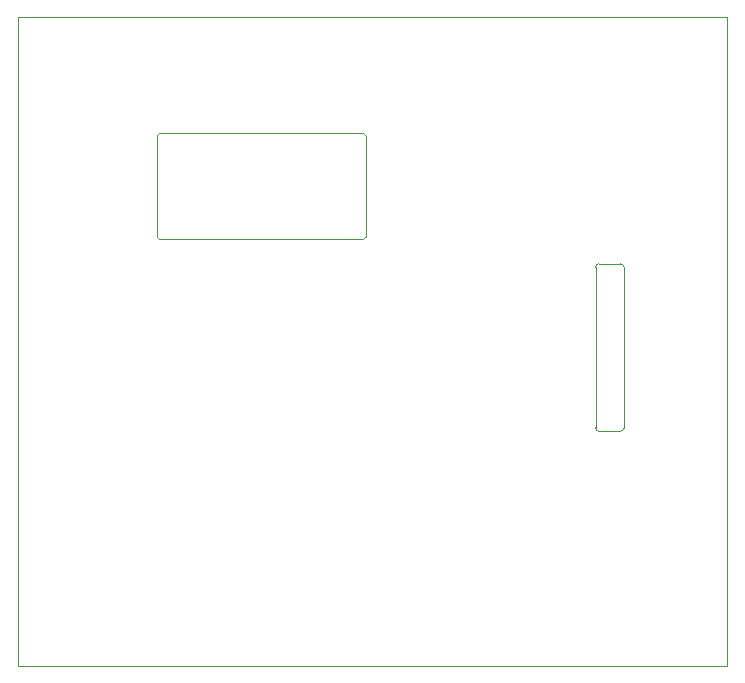
<source format=gm1>
%TF.GenerationSoftware,KiCad,Pcbnew,8.0.7*%
%TF.CreationDate,2025-01-13T13:49:23+01:00*%
%TF.ProjectId,Trackball,54726163-6b62-4616-9c6c-2e6b69636164,rev?*%
%TF.SameCoordinates,Original*%
%TF.FileFunction,Profile,NP*%
%FSLAX46Y46*%
G04 Gerber Fmt 4.6, Leading zero omitted, Abs format (unit mm)*
G04 Created by KiCad (PCBNEW 8.0.7) date 2025-01-13 13:49:23*
%MOMM*%
%LPD*%
G01*
G04 APERTURE LIST*
%TA.AperFunction,Profile*%
%ADD10C,0.050000*%
%TD*%
G04 APERTURE END LIST*
D10*
X103995000Y-39350000D02*
X121245000Y-39350000D01*
X121245000Y-30350000D02*
G75*
G02*
X121445000Y-30550000I0J-200000D01*
G01*
X92000000Y-20500000D02*
X152000000Y-20500000D01*
X152000000Y-75500000D01*
X92000000Y-75500000D01*
X92000000Y-20500000D01*
X103795000Y-30550000D02*
G75*
G02*
X103995000Y-30350000I200000J0D01*
G01*
X103995000Y-39350000D02*
G75*
G02*
X103795000Y-39150000I0J200000D01*
G01*
X121445000Y-39150000D02*
X121445000Y-30550000D01*
X103795000Y-30550000D02*
X103795000Y-39150000D01*
X121445000Y-39150000D02*
G75*
G02*
X121245000Y-39350000I-200000J0D01*
G01*
X121245000Y-30350000D02*
X103995000Y-30350000D01*
X140900000Y-41700000D02*
X140900000Y-55300000D01*
X141200000Y-55600000D02*
X143000000Y-55600000D01*
X143000000Y-41400000D02*
X141200000Y-41400000D01*
X143300000Y-55300000D02*
X143300000Y-41700000D01*
X140900000Y-41700000D02*
G75*
G02*
X141200000Y-41400000I300000J0D01*
G01*
X141200000Y-55600000D02*
G75*
G02*
X140900000Y-55300000I0J300000D01*
G01*
X143000000Y-41400000D02*
G75*
G02*
X143300000Y-41700000I0J-300000D01*
G01*
X143300000Y-55300000D02*
G75*
G02*
X143000000Y-55600000I-300000J0D01*
G01*
M02*

</source>
